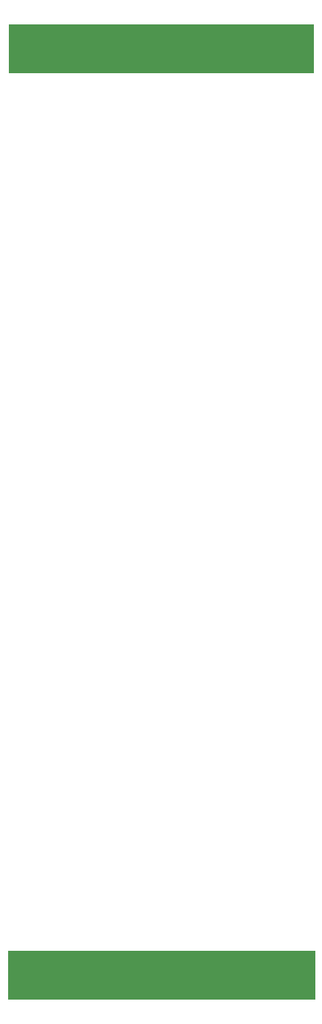
<source format=gbr>
%TF.GenerationSoftware,KiCad,Pcbnew,9.0.6-9.0.6~ubuntu24.04.1*%
%TF.CreationDate,2025-11-15T19:24:54+01:00*%
%TF.ProjectId,EEZ DIB DCP405plus front mask,45455a20-4449-4422-9044-435034303570,r4B2*%
%TF.SameCoordinates,Original*%
%TF.FileFunction,Soldermask,Top*%
%TF.FilePolarity,Negative*%
%FSLAX46Y46*%
G04 Gerber Fmt 4.6, Leading zero omitted, Abs format (unit mm)*
G04 Created by KiCad (PCBNEW 9.0.6-9.0.6~ubuntu24.04.1) date 2025-11-15 19:24:54*
%MOMM*%
%LPD*%
G01*
G04 APERTURE LIST*
%ADD10C,0.100000*%
G04 APERTURE END LIST*
D10*
X140500000Y-38500000D02*
X175400000Y-38500000D01*
X175400000Y-44000000D01*
X140500000Y-44000000D01*
X140500000Y-38500000D01*
G36*
X140500000Y-38500000D02*
G01*
X175400000Y-38500000D01*
X175400000Y-44000000D01*
X140500000Y-44000000D01*
X140500000Y-38500000D01*
G37*
X140400000Y-144600000D02*
X175500000Y-144600000D01*
X175500000Y-150100000D01*
X140400000Y-150100000D01*
X140400000Y-144600000D01*
G36*
X140400000Y-144600000D02*
G01*
X175500000Y-144600000D01*
X175500000Y-150100000D01*
X140400000Y-150100000D01*
X140400000Y-144600000D01*
G37*
M02*

</source>
